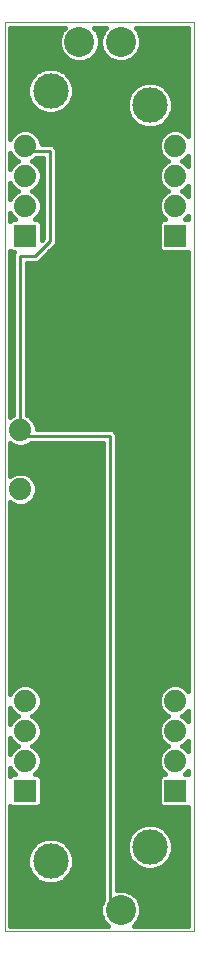
<source format=gbl>
G75*
G70*
%OFA0B0*%
%FSLAX24Y24*%
%IPPOS*%
%LPD*%
%AMOC8*
5,1,8,0,0,1.08239X$1,22.5*
%
%ADD10C,0.0000*%
%ADD11C,0.1000*%
%ADD12C,0.1181*%
%ADD13C,0.0740*%
%ADD14R,0.0740X0.0740*%
%ADD15C,0.0100*%
%ADD16C,0.0160*%
D10*
X000807Y000180D02*
X000807Y030480D01*
X007107Y030480D01*
X007107Y000180D01*
X000807Y000180D01*
D11*
X004676Y000891D03*
X004676Y029829D03*
X003298Y029829D03*
D12*
X002333Y028195D03*
X005640Y027722D03*
X005640Y002998D03*
X002333Y002525D03*
D13*
X001487Y005860D03*
X001487Y006860D03*
X001487Y007860D03*
X001327Y014916D03*
X001327Y016884D03*
X001487Y024360D03*
X001487Y025360D03*
X001487Y026360D03*
X006487Y026360D03*
X006487Y025360D03*
X006487Y024360D03*
X006487Y007860D03*
X006487Y006860D03*
X006487Y005860D03*
D14*
X006487Y004860D03*
X006487Y023360D03*
X001487Y023360D03*
X001487Y004860D03*
D15*
X004307Y001180D02*
X004307Y016680D01*
X001307Y016680D01*
X001327Y016884D01*
X001307Y017180D01*
X001307Y022680D01*
X001807Y022680D01*
X002307Y023180D01*
X002307Y026180D01*
X001807Y026180D01*
X001487Y026360D01*
X004307Y001180D02*
X004676Y000891D01*
D16*
X004537Y001570D02*
X004537Y016775D01*
X004402Y016910D01*
X001877Y016910D01*
X001877Y016994D01*
X001793Y017196D01*
X001638Y017351D01*
X001537Y017393D01*
X001537Y022450D01*
X001902Y022450D01*
X002402Y022950D01*
X002537Y023085D01*
X002537Y026275D01*
X002402Y026410D01*
X002037Y026410D01*
X002037Y026469D01*
X001953Y026672D01*
X001798Y026826D01*
X001596Y026910D01*
X001377Y026910D01*
X001175Y026826D01*
X001020Y026672D01*
X000987Y026590D01*
X000987Y030300D01*
X002808Y030300D01*
X002721Y030214D01*
X002618Y029964D01*
X002618Y029693D01*
X002721Y029443D01*
X002913Y029252D01*
X003162Y029149D01*
X003433Y029149D01*
X003683Y029252D01*
X003874Y029443D01*
X003978Y029693D01*
X003978Y029964D01*
X003874Y030214D01*
X003788Y030300D01*
X004185Y030300D01*
X004099Y030214D01*
X003996Y029964D01*
X003996Y029693D01*
X004099Y029443D01*
X004290Y029252D01*
X004540Y029149D01*
X004811Y029149D01*
X005061Y029252D01*
X005252Y029443D01*
X005356Y029693D01*
X005356Y029964D01*
X005252Y030214D01*
X005166Y030300D01*
X006927Y030300D01*
X006927Y026698D01*
X006798Y026826D01*
X006596Y026910D01*
X006377Y026910D01*
X006175Y026826D01*
X006020Y026672D01*
X005937Y026469D01*
X005937Y026251D01*
X006020Y026048D01*
X006175Y025894D01*
X006257Y025860D01*
X006175Y025826D01*
X006020Y025672D01*
X005937Y025469D01*
X005937Y025251D01*
X006020Y025048D01*
X006175Y024894D01*
X006257Y024860D01*
X006175Y024826D01*
X006020Y024672D01*
X005937Y024469D01*
X005937Y024251D01*
X006020Y024048D01*
X006159Y023910D01*
X006042Y023910D01*
X005937Y023805D01*
X005937Y022915D01*
X006042Y022810D01*
X006927Y022810D01*
X006927Y008198D01*
X006798Y008326D01*
X006596Y008410D01*
X006377Y008410D01*
X006175Y008326D01*
X006020Y008172D01*
X005937Y007969D01*
X005937Y007751D01*
X006020Y007548D01*
X006175Y007394D01*
X006257Y007360D01*
X006175Y007326D01*
X006020Y007172D01*
X005937Y006969D01*
X005937Y006751D01*
X006020Y006548D01*
X006175Y006394D01*
X006257Y006360D01*
X006175Y006326D01*
X006020Y006172D01*
X005937Y005969D01*
X005937Y005751D01*
X006020Y005548D01*
X006159Y005410D01*
X006042Y005410D01*
X005937Y005305D01*
X005937Y004415D01*
X006042Y004310D01*
X006927Y004310D01*
X006927Y000360D01*
X005106Y000360D01*
X005252Y000506D01*
X005356Y000756D01*
X005356Y001027D01*
X005252Y001277D01*
X005061Y001468D01*
X004811Y001571D01*
X004540Y001571D01*
X004537Y001570D01*
X004537Y001607D02*
X006927Y001607D01*
X006927Y001765D02*
X004537Y001765D01*
X004537Y001924D02*
X006927Y001924D01*
X006927Y002082D02*
X004537Y002082D01*
X004537Y002241D02*
X005455Y002241D01*
X005487Y002227D02*
X005793Y002227D01*
X006077Y002345D01*
X006293Y002561D01*
X006411Y002845D01*
X006411Y003151D01*
X006293Y003434D01*
X006077Y003651D01*
X005793Y003768D01*
X005487Y003768D01*
X005204Y003651D01*
X004987Y003434D01*
X004870Y003151D01*
X004870Y002845D01*
X004987Y002561D01*
X005204Y002345D01*
X005487Y002227D01*
X005825Y002241D02*
X006927Y002241D01*
X006927Y002399D02*
X006131Y002399D01*
X006290Y002558D02*
X006927Y002558D01*
X006927Y002716D02*
X006358Y002716D01*
X006411Y002875D02*
X006927Y002875D01*
X006927Y003033D02*
X006411Y003033D01*
X006394Y003192D02*
X006927Y003192D01*
X006927Y003350D02*
X006328Y003350D01*
X006219Y003509D02*
X006927Y003509D01*
X006927Y003667D02*
X006038Y003667D01*
X005937Y004460D02*
X004537Y004460D01*
X004537Y004618D02*
X005937Y004618D01*
X005937Y004777D02*
X004537Y004777D01*
X004537Y004935D02*
X005937Y004935D01*
X005937Y005094D02*
X004537Y005094D01*
X004537Y005252D02*
X005937Y005252D01*
X006012Y005569D02*
X004537Y005569D01*
X004537Y005411D02*
X006158Y005411D01*
X005946Y005728D02*
X004537Y005728D01*
X004537Y005886D02*
X005937Y005886D01*
X005968Y006045D02*
X004537Y006045D01*
X004537Y006203D02*
X006052Y006203D01*
X006049Y006520D02*
X004537Y006520D01*
X004537Y006362D02*
X006253Y006362D01*
X006013Y007154D02*
X004537Y007154D01*
X004537Y006996D02*
X005947Y006996D01*
X005937Y006837D02*
X004537Y006837D01*
X004537Y006679D02*
X005967Y006679D01*
X006161Y007313D02*
X004537Y007313D01*
X004537Y007471D02*
X006098Y007471D01*
X005987Y007630D02*
X004537Y007630D01*
X004537Y007788D02*
X005937Y007788D01*
X005937Y007947D02*
X004537Y007947D01*
X004537Y008105D02*
X005993Y008105D01*
X006112Y008264D02*
X004537Y008264D01*
X004537Y008422D02*
X006927Y008422D01*
X006927Y008264D02*
X006861Y008264D01*
X006927Y008581D02*
X004537Y008581D01*
X004537Y008739D02*
X006927Y008739D01*
X006927Y008898D02*
X004537Y008898D01*
X004537Y009056D02*
X006927Y009056D01*
X006927Y009215D02*
X004537Y009215D01*
X004537Y009373D02*
X006927Y009373D01*
X006927Y009532D02*
X004537Y009532D01*
X004537Y009690D02*
X006927Y009690D01*
X006927Y009849D02*
X004537Y009849D01*
X004537Y010007D02*
X006927Y010007D01*
X006927Y010166D02*
X004537Y010166D01*
X004537Y010324D02*
X006927Y010324D01*
X006927Y010483D02*
X004537Y010483D01*
X004537Y010641D02*
X006927Y010641D01*
X006927Y010800D02*
X004537Y010800D01*
X004537Y010958D02*
X006927Y010958D01*
X006927Y011117D02*
X004537Y011117D01*
X004537Y011275D02*
X006927Y011275D01*
X006927Y011434D02*
X004537Y011434D01*
X004537Y011592D02*
X006927Y011592D01*
X006927Y011751D02*
X004537Y011751D01*
X004537Y011909D02*
X006927Y011909D01*
X006927Y012068D02*
X004537Y012068D01*
X004537Y012226D02*
X006927Y012226D01*
X006927Y012385D02*
X004537Y012385D01*
X004537Y012543D02*
X006927Y012543D01*
X006927Y012702D02*
X004537Y012702D01*
X004537Y012860D02*
X006927Y012860D01*
X006927Y013019D02*
X004537Y013019D01*
X004537Y013177D02*
X006927Y013177D01*
X006927Y013336D02*
X004537Y013336D01*
X004537Y013494D02*
X006927Y013494D01*
X006927Y013653D02*
X004537Y013653D01*
X004537Y013811D02*
X006927Y013811D01*
X006927Y013970D02*
X004537Y013970D01*
X004537Y014128D02*
X006927Y014128D01*
X006927Y014287D02*
X004537Y014287D01*
X004537Y014445D02*
X006927Y014445D01*
X006927Y014604D02*
X004537Y014604D01*
X004537Y014762D02*
X006927Y014762D01*
X006927Y014921D02*
X004537Y014921D01*
X004537Y015079D02*
X006927Y015079D01*
X006927Y015238D02*
X004537Y015238D01*
X004537Y015396D02*
X006927Y015396D01*
X006927Y015555D02*
X004537Y015555D01*
X004537Y015713D02*
X006927Y015713D01*
X006927Y015872D02*
X004537Y015872D01*
X004537Y016030D02*
X006927Y016030D01*
X006927Y016189D02*
X004537Y016189D01*
X004537Y016347D02*
X006927Y016347D01*
X006927Y016506D02*
X004537Y016506D01*
X004537Y016664D02*
X006927Y016664D01*
X006927Y016823D02*
X004489Y016823D01*
X004077Y016450D02*
X004077Y001259D01*
X004067Y001247D01*
X004071Y001210D01*
X003996Y001027D01*
X003996Y000756D01*
X004099Y000506D01*
X004245Y000360D01*
X000987Y000360D01*
X000987Y004365D01*
X001042Y004310D01*
X001931Y004310D01*
X002037Y004415D01*
X002037Y005305D01*
X001931Y005410D01*
X001814Y005410D01*
X001953Y005548D01*
X002037Y005751D01*
X002037Y005969D01*
X001953Y006172D01*
X001798Y006326D01*
X001717Y006360D01*
X001798Y006394D01*
X001953Y006548D01*
X002037Y006751D01*
X002037Y006969D01*
X001953Y007172D01*
X001798Y007326D01*
X001717Y007360D01*
X001798Y007394D01*
X001953Y007548D01*
X002037Y007751D01*
X002037Y007969D01*
X001953Y008172D01*
X001798Y008326D01*
X001596Y008410D01*
X001377Y008410D01*
X001175Y008326D01*
X001020Y008172D01*
X000987Y008090D01*
X000987Y014478D01*
X001015Y014449D01*
X001217Y014366D01*
X001436Y014366D01*
X001638Y014449D01*
X001793Y014604D01*
X001877Y014806D01*
X001877Y015025D01*
X001793Y015227D01*
X001638Y015382D01*
X001436Y015466D01*
X001217Y015466D01*
X001015Y015382D01*
X000987Y015354D01*
X000987Y016446D01*
X001015Y016418D01*
X001217Y016334D01*
X001436Y016334D01*
X001638Y016418D01*
X001670Y016450D01*
X004077Y016450D01*
X004077Y016347D02*
X001467Y016347D01*
X001604Y015396D02*
X004077Y015396D01*
X004077Y015238D02*
X001783Y015238D01*
X001854Y015079D02*
X004077Y015079D01*
X004077Y014921D02*
X001877Y014921D01*
X001858Y014762D02*
X004077Y014762D01*
X004077Y014604D02*
X001792Y014604D01*
X001627Y014445D02*
X004077Y014445D01*
X004077Y014287D02*
X000987Y014287D01*
X000987Y014445D02*
X001026Y014445D01*
X000987Y014128D02*
X004077Y014128D01*
X004077Y013970D02*
X000987Y013970D01*
X000987Y013811D02*
X004077Y013811D01*
X004077Y013653D02*
X000987Y013653D01*
X000987Y013494D02*
X004077Y013494D01*
X004077Y013336D02*
X000987Y013336D01*
X000987Y013177D02*
X004077Y013177D01*
X004077Y013019D02*
X000987Y013019D01*
X000987Y012860D02*
X004077Y012860D01*
X004077Y012702D02*
X000987Y012702D01*
X000987Y012543D02*
X004077Y012543D01*
X004077Y012385D02*
X000987Y012385D01*
X000987Y012226D02*
X004077Y012226D01*
X004077Y012068D02*
X000987Y012068D01*
X000987Y011909D02*
X004077Y011909D01*
X004077Y011751D02*
X000987Y011751D01*
X000987Y011592D02*
X004077Y011592D01*
X004077Y011434D02*
X000987Y011434D01*
X000987Y011275D02*
X004077Y011275D01*
X004077Y011117D02*
X000987Y011117D01*
X000987Y010958D02*
X004077Y010958D01*
X004077Y010800D02*
X000987Y010800D01*
X000987Y010641D02*
X004077Y010641D01*
X004077Y010483D02*
X000987Y010483D01*
X000987Y010324D02*
X004077Y010324D01*
X004077Y010166D02*
X000987Y010166D01*
X000987Y010007D02*
X004077Y010007D01*
X004077Y009849D02*
X000987Y009849D01*
X000987Y009690D02*
X004077Y009690D01*
X004077Y009532D02*
X000987Y009532D01*
X000987Y009373D02*
X004077Y009373D01*
X004077Y009215D02*
X000987Y009215D01*
X000987Y009056D02*
X004077Y009056D01*
X004077Y008898D02*
X000987Y008898D01*
X000987Y008739D02*
X004077Y008739D01*
X004077Y008581D02*
X000987Y008581D01*
X000987Y008422D02*
X004077Y008422D01*
X004077Y008264D02*
X001861Y008264D01*
X001980Y008105D02*
X004077Y008105D01*
X004077Y007947D02*
X002037Y007947D01*
X002037Y007788D02*
X004077Y007788D01*
X004077Y007630D02*
X001987Y007630D01*
X001960Y007154D02*
X004077Y007154D01*
X004077Y006996D02*
X002026Y006996D01*
X002037Y006837D02*
X004077Y006837D01*
X004077Y006679D02*
X002007Y006679D01*
X001924Y006520D02*
X004077Y006520D01*
X004077Y006362D02*
X001720Y006362D01*
X001921Y006203D02*
X004077Y006203D01*
X004077Y006045D02*
X002006Y006045D01*
X002037Y005886D02*
X004077Y005886D01*
X004077Y005728D02*
X002027Y005728D01*
X001961Y005569D02*
X004077Y005569D01*
X004077Y005411D02*
X001815Y005411D01*
X002037Y005252D02*
X004077Y005252D01*
X004077Y005094D02*
X002037Y005094D01*
X002037Y004935D02*
X004077Y004935D01*
X004077Y004777D02*
X002037Y004777D01*
X002037Y004618D02*
X004077Y004618D01*
X004077Y004460D02*
X002037Y004460D01*
X002180Y003296D02*
X001897Y003179D01*
X001680Y002962D01*
X001563Y002679D01*
X001563Y002372D01*
X001680Y002089D01*
X001897Y001872D01*
X002180Y001755D01*
X002486Y001755D01*
X002770Y001872D01*
X002986Y002089D01*
X003104Y002372D01*
X003104Y002679D01*
X002986Y002962D01*
X002770Y003179D01*
X002486Y003296D01*
X002180Y003296D01*
X001928Y003192D02*
X000987Y003192D01*
X000987Y003350D02*
X004077Y003350D01*
X004077Y003192D02*
X002738Y003192D01*
X002915Y003033D02*
X004077Y003033D01*
X004077Y002875D02*
X003023Y002875D01*
X003088Y002716D02*
X004077Y002716D01*
X004077Y002558D02*
X003104Y002558D01*
X003104Y002399D02*
X004077Y002399D01*
X004077Y002241D02*
X003049Y002241D01*
X002979Y002082D02*
X004077Y002082D01*
X004077Y001924D02*
X002821Y001924D01*
X002511Y001765D02*
X004077Y001765D01*
X004077Y001607D02*
X000987Y001607D01*
X000987Y001765D02*
X002155Y001765D01*
X001845Y001924D02*
X000987Y001924D01*
X000987Y002082D02*
X001687Y002082D01*
X001617Y002241D02*
X000987Y002241D01*
X000987Y002399D02*
X001563Y002399D01*
X001563Y002558D02*
X000987Y002558D01*
X000987Y002716D02*
X001578Y002716D01*
X001644Y002875D02*
X000987Y002875D01*
X000987Y003033D02*
X001751Y003033D01*
X001159Y005410D02*
X001042Y005410D01*
X000987Y005355D01*
X000987Y005630D01*
X001020Y005548D01*
X001159Y005410D01*
X001158Y005411D02*
X000987Y005411D01*
X000987Y005569D02*
X001012Y005569D01*
X000987Y006090D02*
X000987Y006630D01*
X001020Y006548D01*
X001175Y006394D01*
X001257Y006360D01*
X001175Y006326D01*
X001020Y006172D01*
X000987Y006090D01*
X000987Y006203D02*
X001052Y006203D01*
X000987Y006362D02*
X001253Y006362D01*
X001049Y006520D02*
X000987Y006520D01*
X000987Y007090D02*
X000987Y007630D01*
X001020Y007548D01*
X001175Y007394D01*
X001257Y007360D01*
X001175Y007326D01*
X001020Y007172D01*
X000987Y007090D01*
X000987Y007154D02*
X001013Y007154D01*
X000987Y007313D02*
X001161Y007313D01*
X001098Y007471D02*
X000987Y007471D01*
X000987Y007630D02*
X000987Y007630D01*
X000987Y008105D02*
X000993Y008105D01*
X000987Y008264D02*
X001112Y008264D01*
X001812Y007313D02*
X004077Y007313D01*
X004077Y007471D02*
X001875Y007471D01*
X000987Y004301D02*
X004077Y004301D01*
X004077Y004143D02*
X000987Y004143D01*
X000987Y003984D02*
X004077Y003984D01*
X004077Y003826D02*
X000987Y003826D01*
X000987Y003667D02*
X004077Y003667D01*
X004077Y003509D02*
X000987Y003509D01*
X000987Y001448D02*
X004077Y001448D01*
X004077Y001290D02*
X000987Y001290D01*
X000987Y001131D02*
X004039Y001131D01*
X003996Y000973D02*
X000987Y000973D01*
X000987Y000814D02*
X003996Y000814D01*
X004037Y000656D02*
X000987Y000656D01*
X000987Y000497D02*
X004108Y000497D01*
X004537Y002399D02*
X005149Y002399D01*
X004991Y002558D02*
X004537Y002558D01*
X004537Y002716D02*
X004923Y002716D01*
X004870Y002875D02*
X004537Y002875D01*
X004537Y003033D02*
X004870Y003033D01*
X004886Y003192D02*
X004537Y003192D01*
X004537Y003350D02*
X004952Y003350D01*
X005061Y003509D02*
X004537Y003509D01*
X004537Y003667D02*
X005242Y003667D01*
X005081Y001448D02*
X006927Y001448D01*
X006927Y001290D02*
X005239Y001290D01*
X005312Y001131D02*
X006927Y001131D01*
X006927Y000973D02*
X005356Y000973D01*
X005356Y000814D02*
X006927Y000814D01*
X006927Y000656D02*
X005314Y000656D01*
X005243Y000497D02*
X006927Y000497D01*
X006927Y003826D02*
X004537Y003826D01*
X004537Y003984D02*
X006927Y003984D01*
X006927Y004143D02*
X004537Y004143D01*
X004537Y004301D02*
X006927Y004301D01*
X006927Y005410D02*
X006814Y005410D01*
X006927Y005522D01*
X006927Y005410D01*
X006927Y005411D02*
X006815Y005411D01*
X006927Y006198D02*
X006798Y006326D01*
X006717Y006360D01*
X006798Y006394D01*
X006927Y006522D01*
X006927Y006198D01*
X006927Y006203D02*
X006921Y006203D01*
X006927Y006362D02*
X006720Y006362D01*
X006924Y006520D02*
X006927Y006520D01*
X006927Y007198D02*
X006798Y007326D01*
X006717Y007360D01*
X006798Y007394D01*
X006927Y007522D01*
X006927Y007198D01*
X006927Y007313D02*
X006812Y007313D01*
X006875Y007471D02*
X006927Y007471D01*
X006927Y016981D02*
X001877Y016981D01*
X001816Y017140D02*
X006927Y017140D01*
X006927Y017298D02*
X001691Y017298D01*
X001537Y017457D02*
X006927Y017457D01*
X006927Y017615D02*
X001537Y017615D01*
X001537Y017774D02*
X006927Y017774D01*
X006927Y017932D02*
X001537Y017932D01*
X001537Y018091D02*
X006927Y018091D01*
X006927Y018249D02*
X001537Y018249D01*
X001537Y018408D02*
X006927Y018408D01*
X006927Y018566D02*
X001537Y018566D01*
X001537Y018725D02*
X006927Y018725D01*
X006927Y018883D02*
X001537Y018883D01*
X001537Y019042D02*
X006927Y019042D01*
X006927Y019200D02*
X001537Y019200D01*
X001537Y019359D02*
X006927Y019359D01*
X006927Y019517D02*
X001537Y019517D01*
X001537Y019676D02*
X006927Y019676D01*
X006927Y019834D02*
X001537Y019834D01*
X001537Y019993D02*
X006927Y019993D01*
X006927Y020151D02*
X001537Y020151D01*
X001537Y020310D02*
X006927Y020310D01*
X006927Y020468D02*
X001537Y020468D01*
X001537Y020627D02*
X006927Y020627D01*
X006927Y020785D02*
X001537Y020785D01*
X001537Y020944D02*
X006927Y020944D01*
X006927Y021102D02*
X001537Y021102D01*
X001537Y021261D02*
X006927Y021261D01*
X006927Y021419D02*
X001537Y021419D01*
X001537Y021578D02*
X006927Y021578D01*
X006927Y021736D02*
X001537Y021736D01*
X001537Y021895D02*
X006927Y021895D01*
X006927Y022053D02*
X001537Y022053D01*
X001537Y022212D02*
X006927Y022212D01*
X006927Y022370D02*
X001537Y022370D01*
X002037Y023805D02*
X001931Y023910D01*
X001814Y023910D01*
X001953Y024048D01*
X002037Y024251D01*
X002037Y024469D01*
X001953Y024672D01*
X001798Y024826D01*
X001717Y024860D01*
X001798Y024894D01*
X001953Y025048D01*
X002037Y025251D01*
X002037Y025469D01*
X001953Y025672D01*
X001798Y025826D01*
X001717Y025860D01*
X001798Y025894D01*
X001854Y025950D01*
X002077Y025950D01*
X002077Y023275D01*
X002037Y023235D01*
X002037Y023805D01*
X002037Y023797D02*
X002077Y023797D01*
X002077Y023955D02*
X001860Y023955D01*
X001980Y024114D02*
X002077Y024114D01*
X002077Y024272D02*
X002037Y024272D01*
X002037Y024431D02*
X002077Y024431D01*
X002077Y024589D02*
X001987Y024589D01*
X002077Y024748D02*
X001877Y024748D01*
X001811Y024906D02*
X002077Y024906D01*
X002077Y025065D02*
X001960Y025065D01*
X002025Y025223D02*
X002077Y025223D01*
X002077Y025382D02*
X002037Y025382D01*
X002007Y025540D02*
X002077Y025540D01*
X002077Y025699D02*
X001926Y025699D01*
X002077Y025857D02*
X001724Y025857D01*
X001962Y026650D02*
X006011Y026650D01*
X005946Y026491D02*
X002028Y026491D01*
X001816Y026808D02*
X006157Y026808D01*
X006077Y027069D02*
X006293Y027286D01*
X006411Y027569D01*
X006411Y027875D01*
X006293Y028159D01*
X006077Y028375D01*
X005793Y028493D01*
X005487Y028493D01*
X005204Y028375D01*
X004987Y028159D01*
X004870Y027875D01*
X004870Y027569D01*
X004987Y027286D01*
X005204Y027069D01*
X005487Y026952D01*
X005793Y026952D01*
X006077Y027069D01*
X006133Y027125D02*
X006927Y027125D01*
X006927Y026967D02*
X005829Y026967D01*
X005937Y026333D02*
X002479Y026333D01*
X002537Y026174D02*
X005968Y026174D01*
X006053Y026016D02*
X002537Y026016D01*
X002537Y025857D02*
X006249Y025857D01*
X006047Y025699D02*
X002537Y025699D01*
X002537Y025540D02*
X005966Y025540D01*
X005937Y025382D02*
X002537Y025382D01*
X002537Y025223D02*
X005948Y025223D01*
X006014Y025065D02*
X002537Y025065D01*
X002537Y024906D02*
X006163Y024906D01*
X006096Y024748D02*
X002537Y024748D01*
X002537Y024589D02*
X005986Y024589D01*
X005937Y024431D02*
X002537Y024431D01*
X002537Y024272D02*
X005937Y024272D01*
X005993Y024114D02*
X002537Y024114D01*
X002537Y023955D02*
X006114Y023955D01*
X005937Y023797D02*
X002537Y023797D01*
X002537Y023638D02*
X005937Y023638D01*
X005937Y023480D02*
X002537Y023480D01*
X002537Y023321D02*
X005937Y023321D01*
X005937Y023163D02*
X002537Y023163D01*
X002456Y023004D02*
X005937Y023004D01*
X006007Y022846D02*
X002297Y022846D01*
X002139Y022687D02*
X006927Y022687D01*
X006927Y022529D02*
X001980Y022529D01*
X002037Y023321D02*
X002077Y023321D01*
X002077Y023480D02*
X002037Y023480D01*
X002037Y023638D02*
X002077Y023638D01*
X001257Y024860D02*
X001175Y024826D01*
X001020Y024672D01*
X000987Y024590D01*
X000987Y025130D01*
X001020Y025048D01*
X001175Y024894D01*
X001257Y024860D01*
X001163Y024906D02*
X000987Y024906D01*
X000987Y024748D02*
X001096Y024748D01*
X001014Y025065D02*
X000987Y025065D01*
X000987Y025590D02*
X000987Y026130D01*
X001020Y026048D01*
X001175Y025894D01*
X001257Y025860D01*
X001175Y025826D01*
X001020Y025672D01*
X000987Y025590D01*
X000987Y025699D02*
X001047Y025699D01*
X000987Y025857D02*
X001249Y025857D01*
X001053Y026016D02*
X000987Y026016D01*
X000987Y026650D02*
X001011Y026650D01*
X000987Y026808D02*
X001157Y026808D01*
X000987Y026967D02*
X005451Y026967D01*
X005148Y027125D02*
X000987Y027125D01*
X000987Y027284D02*
X004989Y027284D01*
X004922Y027442D02*
X002530Y027442D01*
X002486Y027424D02*
X002770Y027541D01*
X002986Y027758D01*
X003104Y028041D01*
X003104Y028348D01*
X002986Y028631D01*
X002770Y028848D01*
X002486Y028965D01*
X002180Y028965D01*
X001897Y028848D01*
X001680Y028631D01*
X001563Y028348D01*
X001563Y028041D01*
X001680Y027758D01*
X001897Y027541D01*
X002180Y027424D01*
X002486Y027424D01*
X002829Y027601D02*
X004870Y027601D01*
X004870Y027759D02*
X002987Y027759D01*
X003052Y027918D02*
X004887Y027918D01*
X004953Y028076D02*
X003104Y028076D01*
X003104Y028235D02*
X005063Y028235D01*
X005246Y028393D02*
X003085Y028393D01*
X003019Y028552D02*
X006927Y028552D01*
X006927Y028710D02*
X002907Y028710D01*
X002720Y028869D02*
X006927Y028869D01*
X006927Y029027D02*
X000987Y029027D01*
X000987Y028869D02*
X001947Y028869D01*
X001759Y028710D02*
X000987Y028710D01*
X000987Y028552D02*
X001647Y028552D01*
X001581Y028393D02*
X000987Y028393D01*
X000987Y028235D02*
X001563Y028235D01*
X001563Y028076D02*
X000987Y028076D01*
X000987Y027918D02*
X001614Y027918D01*
X001680Y027759D02*
X000987Y027759D01*
X000987Y027601D02*
X001838Y027601D01*
X002137Y027442D02*
X000987Y027442D01*
X000987Y029186D02*
X003073Y029186D01*
X002820Y029344D02*
X000987Y029344D01*
X000987Y029503D02*
X002697Y029503D01*
X002631Y029661D02*
X000987Y029661D01*
X000987Y029820D02*
X002618Y029820D01*
X002624Y029978D02*
X000987Y029978D01*
X000987Y030137D02*
X002689Y030137D01*
X002803Y030295D02*
X000987Y030295D01*
X000987Y024130D02*
X001020Y024048D01*
X001159Y023910D01*
X001042Y023910D01*
X000987Y023855D01*
X000987Y024130D01*
X000987Y024114D02*
X000993Y024114D01*
X000987Y023955D02*
X001114Y023955D01*
X000987Y022865D02*
X001042Y022810D01*
X001111Y022810D01*
X001077Y022775D01*
X001077Y017376D01*
X001015Y017351D01*
X000987Y017322D01*
X000987Y022865D01*
X000987Y022846D02*
X001007Y022846D01*
X000987Y022687D02*
X001077Y022687D01*
X001077Y022529D02*
X000987Y022529D01*
X000987Y022370D02*
X001077Y022370D01*
X001077Y022212D02*
X000987Y022212D01*
X000987Y022053D02*
X001077Y022053D01*
X001077Y021895D02*
X000987Y021895D01*
X000987Y021736D02*
X001077Y021736D01*
X001077Y021578D02*
X000987Y021578D01*
X000987Y021419D02*
X001077Y021419D01*
X001077Y021261D02*
X000987Y021261D01*
X000987Y021102D02*
X001077Y021102D01*
X001077Y020944D02*
X000987Y020944D01*
X000987Y020785D02*
X001077Y020785D01*
X001077Y020627D02*
X000987Y020627D01*
X000987Y020468D02*
X001077Y020468D01*
X001077Y020310D02*
X000987Y020310D01*
X000987Y020151D02*
X001077Y020151D01*
X001077Y019993D02*
X000987Y019993D01*
X000987Y019834D02*
X001077Y019834D01*
X001077Y019676D02*
X000987Y019676D01*
X000987Y019517D02*
X001077Y019517D01*
X001077Y019359D02*
X000987Y019359D01*
X000987Y019200D02*
X001077Y019200D01*
X001077Y019042D02*
X000987Y019042D01*
X000987Y018883D02*
X001077Y018883D01*
X001077Y018725D02*
X000987Y018725D01*
X000987Y018566D02*
X001077Y018566D01*
X001077Y018408D02*
X000987Y018408D01*
X000987Y018249D02*
X001077Y018249D01*
X001077Y018091D02*
X000987Y018091D01*
X000987Y017932D02*
X001077Y017932D01*
X001077Y017774D02*
X000987Y017774D01*
X000987Y017615D02*
X001077Y017615D01*
X001077Y017457D02*
X000987Y017457D01*
X000987Y016347D02*
X001186Y016347D01*
X000987Y016189D02*
X004077Y016189D01*
X004077Y016030D02*
X000987Y016030D01*
X000987Y015872D02*
X004077Y015872D01*
X004077Y015713D02*
X000987Y015713D01*
X000987Y015555D02*
X004077Y015555D01*
X006798Y024826D02*
X006717Y024860D01*
X006798Y024894D01*
X006927Y025022D01*
X006927Y024698D01*
X006798Y024826D01*
X006811Y024906D02*
X006927Y024906D01*
X006927Y024748D02*
X006877Y024748D01*
X006927Y024022D02*
X006927Y023910D01*
X006814Y023910D01*
X006927Y024022D01*
X006927Y023955D02*
X006860Y023955D01*
X006927Y025698D02*
X006927Y026022D01*
X006798Y025894D01*
X006717Y025860D01*
X006798Y025826D01*
X006927Y025698D01*
X006926Y025699D02*
X006927Y025699D01*
X006927Y025857D02*
X006724Y025857D01*
X006920Y026016D02*
X006927Y026016D01*
X006927Y026808D02*
X006816Y026808D01*
X006927Y027284D02*
X006291Y027284D01*
X006358Y027442D02*
X006927Y027442D01*
X006927Y027601D02*
X006411Y027601D01*
X006411Y027759D02*
X006927Y027759D01*
X006927Y027918D02*
X006393Y027918D01*
X006328Y028076D02*
X006927Y028076D01*
X006927Y028235D02*
X006218Y028235D01*
X006034Y028393D02*
X006927Y028393D01*
X006927Y029186D02*
X004900Y029186D01*
X005153Y029344D02*
X006927Y029344D01*
X006927Y029503D02*
X005277Y029503D01*
X005342Y029661D02*
X006927Y029661D01*
X006927Y029820D02*
X005356Y029820D01*
X005350Y029978D02*
X006927Y029978D01*
X006927Y030137D02*
X005284Y030137D01*
X005171Y030295D02*
X006927Y030295D01*
X004451Y029186D02*
X003522Y029186D01*
X003775Y029344D02*
X004198Y029344D01*
X004075Y029503D02*
X003899Y029503D01*
X003964Y029661D02*
X004009Y029661D01*
X003996Y029820D02*
X003978Y029820D01*
X003972Y029978D02*
X004002Y029978D01*
X004067Y030137D02*
X003906Y030137D01*
X003793Y030295D02*
X004181Y030295D01*
X001049Y015396D02*
X000987Y015396D01*
M02*

</source>
